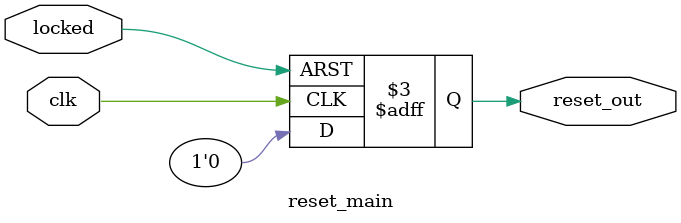
<source format=v>


`timescale 1 ns / 1 ps

// Declare the module and its ports. This is
// using Verilog-2001 syntax.

module reset_main (
        input   wire clk,
        input   wire locked,
        output  reg  reset_out
        );

        always @(negedge clk or negedge locked) begin
                if(!locked) begin
                        reset_out <= 1'b1;
                end else begin 
                        reset_out <= 1'b0;
                end
        end
endmodule

</source>
